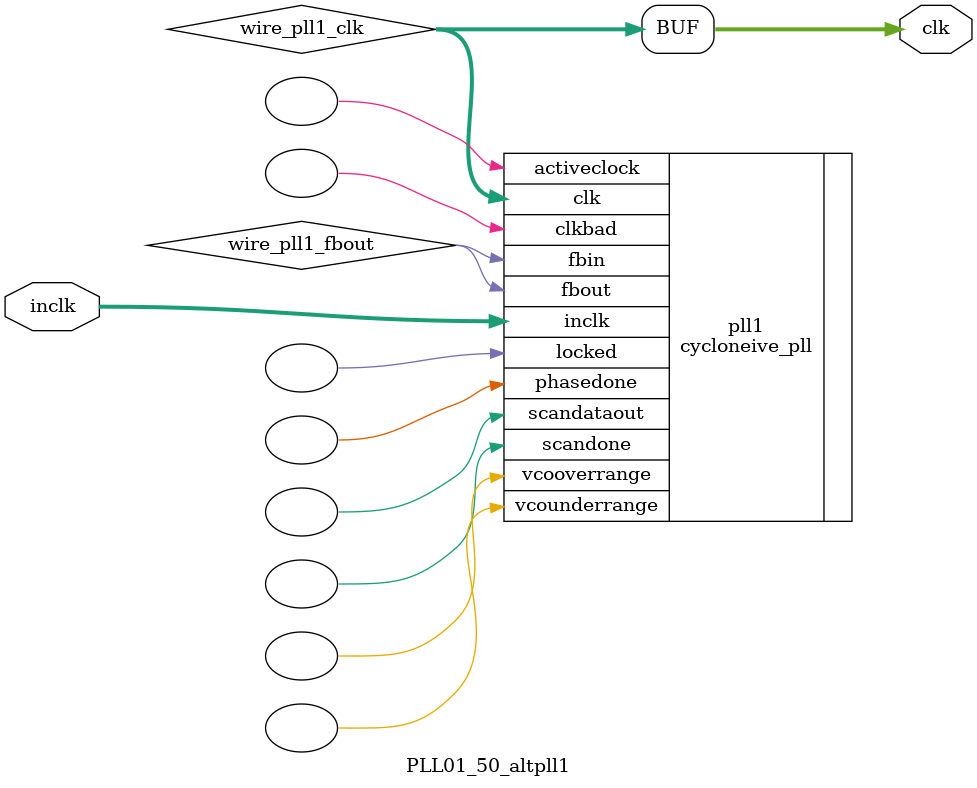
<source format=v>






//synthesis_resources = cycloneive_pll 1 
//synopsys translate_off
`timescale 1 ps / 1 ps
//synopsys translate_on
module  PLL01_50_altpll1
	( 
	clk,
	inclk) /* synthesis synthesis_clearbox=1 */;
	output   [4:0]  clk;
	input   [1:0]  inclk;
`ifndef ALTERA_RESERVED_QIS
// synopsys translate_off
`endif
	tri0   [1:0]  inclk;
`ifndef ALTERA_RESERVED_QIS
// synopsys translate_on
`endif

	wire  [4:0]   wire_pll1_clk;
	wire  wire_pll1_fbout;

	cycloneive_pll   pll1
	( 
	.activeclock(),
	.clk(wire_pll1_clk),
	.clkbad(),
	.fbin(wire_pll1_fbout),
	.fbout(wire_pll1_fbout),
	.inclk(inclk),
	.locked(),
	.phasedone(),
	.scandataout(),
	.scandone(),
	.vcooverrange(),
	.vcounderrange()
	`ifndef FORMAL_VERIFICATION
	// synopsys translate_off
	`endif
	,
	.areset(1'b0),
	.clkswitch(1'b0),
	.configupdate(1'b0),
	.pfdena(1'b1),
	.phasecounterselect({3{1'b0}}),
	.phasestep(1'b0),
	.phaseupdown(1'b0),
	.scanclk(1'b0),
	.scanclkena(1'b1),
	.scandata(1'b0)
	`ifndef FORMAL_VERIFICATION
	// synopsys translate_on
	`endif
	);
	defparam
		pll1.bandwidth_type = "auto",
		pll1.clk0_divide_by = 25,
		pll1.clk0_duty_cycle = 50,
		pll1.clk0_multiply_by = 1,
		pll1.clk0_phase_shift = "0",
		pll1.clk1_divide_by = 5,
		pll1.clk1_duty_cycle = 50,
		pll1.clk1_multiply_by = 1,
		pll1.clk1_phase_shift = "0",
		pll1.clk2_divide_by = 5,
		pll1.clk2_duty_cycle = 50,
		pll1.clk2_multiply_by = 2,
		pll1.clk2_phase_shift = "0",
		pll1.clk3_divide_by = 5,
		pll1.clk3_duty_cycle = 50,
		pll1.clk3_multiply_by = 4,
		pll1.clk3_phase_shift = "0",
		pll1.compensate_clock = "clk0",
		pll1.inclk0_input_frequency = 20000,
		pll1.operation_mode = "normal",
		pll1.pll_type = "auto",
		pll1.lpm_type = "cycloneive_pll";
	assign
		clk = {wire_pll1_clk[4:0]};
endmodule //PLL01_50_altpll1
//VALID FILE

</source>
